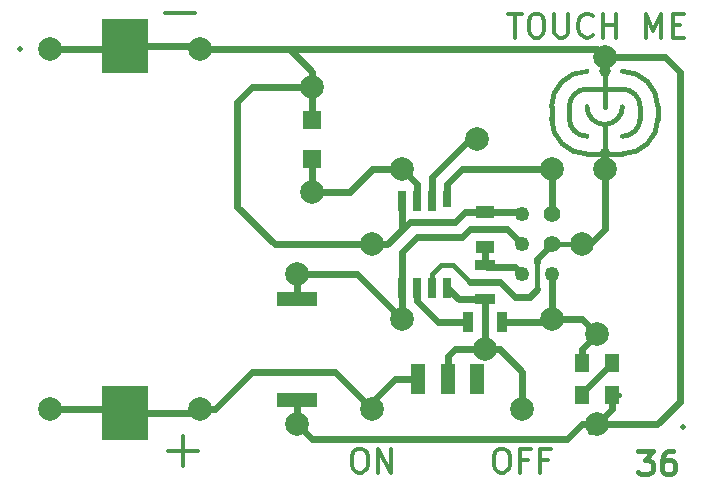
<source format=gtl>
G04 #@! TF.FileFunction,Copper,L1,Top,Signal*
%FSLAX46Y46*%
G04 Gerber Fmt 4.6, Leading zero omitted, Abs format (unit mm)*
G04 Created by KiCad (PCBNEW 4.0.6) date 04/04/19 16:38:52*
%MOMM*%
%LPD*%
G01*
G04 APERTURE LIST*
%ADD10C,0.100000*%
%ADD11C,0.381000*%
%ADD12C,0.300000*%
%ADD13C,0.400000*%
%ADD14C,0.500000*%
%ADD15R,0.650000X1.400000*%
%ADD16R,0.650000X1.700000*%
%ADD17R,1.200000X2.500000*%
%ADD18R,4.000000X4.600000*%
%ADD19C,2.000000*%
%ADD20C,1.000000*%
%ADD21C,1.250000*%
%ADD22C,1.400000*%
%ADD23R,1.300000X1.500000*%
%ADD24R,3.400000X1.300000*%
%ADD25R,1.500000X1.500000*%
%ADD26R,1.600000X1.000000*%
%ADD27R,1.700000X0.900000*%
%ADD28R,0.900000X1.700000*%
%ADD29C,0.304800*%
%ADD30C,0.609600*%
%ADD31C,0.406400*%
G04 APERTURE END LIST*
D10*
D11*
X183419952Y-96694762D02*
X184658048Y-96694762D01*
X183991381Y-97456667D01*
X184277095Y-97456667D01*
X184467571Y-97551905D01*
X184562809Y-97647143D01*
X184658048Y-97837619D01*
X184658048Y-98313810D01*
X184562809Y-98504286D01*
X184467571Y-98599524D01*
X184277095Y-98694762D01*
X183705667Y-98694762D01*
X183515190Y-98599524D01*
X183419952Y-98504286D01*
X186372333Y-96694762D02*
X185991381Y-96694762D01*
X185800905Y-96790000D01*
X185705667Y-96885238D01*
X185515190Y-97170952D01*
X185419952Y-97551905D01*
X185419952Y-98313810D01*
X185515190Y-98504286D01*
X185610429Y-98599524D01*
X185800905Y-98694762D01*
X186181857Y-98694762D01*
X186372333Y-98599524D01*
X186467571Y-98504286D01*
X186562810Y-98313810D01*
X186562810Y-97837619D01*
X186467571Y-97647143D01*
X186372333Y-97551905D01*
X186181857Y-97456667D01*
X185800905Y-97456667D01*
X185610429Y-97551905D01*
X185515190Y-97647143D01*
X185419952Y-97837619D01*
D12*
X171704238Y-96567762D02*
X172085190Y-96567762D01*
X172275666Y-96663000D01*
X172466143Y-96853476D01*
X172561381Y-97234429D01*
X172561381Y-97901095D01*
X172466143Y-98282048D01*
X172275666Y-98472524D01*
X172085190Y-98567762D01*
X171704238Y-98567762D01*
X171513762Y-98472524D01*
X171323285Y-98282048D01*
X171228047Y-97901095D01*
X171228047Y-97234429D01*
X171323285Y-96853476D01*
X171513762Y-96663000D01*
X171704238Y-96567762D01*
X174085190Y-97520143D02*
X173418523Y-97520143D01*
X173418523Y-98567762D02*
X173418523Y-96567762D01*
X174370904Y-96567762D01*
X175799476Y-97520143D02*
X175132809Y-97520143D01*
X175132809Y-98567762D02*
X175132809Y-96567762D01*
X176085190Y-96567762D01*
X159670905Y-96567762D02*
X160051857Y-96567762D01*
X160242333Y-96663000D01*
X160432810Y-96853476D01*
X160528048Y-97234429D01*
X160528048Y-97901095D01*
X160432810Y-98282048D01*
X160242333Y-98472524D01*
X160051857Y-98567762D01*
X159670905Y-98567762D01*
X159480429Y-98472524D01*
X159289952Y-98282048D01*
X159194714Y-97901095D01*
X159194714Y-97234429D01*
X159289952Y-96853476D01*
X159480429Y-96663000D01*
X159670905Y-96567762D01*
X161385190Y-98567762D02*
X161385190Y-96567762D01*
X162528048Y-98567762D01*
X162528048Y-96567762D01*
X172435190Y-59737762D02*
X173578047Y-59737762D01*
X173006619Y-61737762D02*
X173006619Y-59737762D01*
X174625667Y-59737762D02*
X175006619Y-59737762D01*
X175197095Y-59833000D01*
X175387572Y-60023476D01*
X175482810Y-60404429D01*
X175482810Y-61071095D01*
X175387572Y-61452048D01*
X175197095Y-61642524D01*
X175006619Y-61737762D01*
X174625667Y-61737762D01*
X174435191Y-61642524D01*
X174244714Y-61452048D01*
X174149476Y-61071095D01*
X174149476Y-60404429D01*
X174244714Y-60023476D01*
X174435191Y-59833000D01*
X174625667Y-59737762D01*
X176339952Y-59737762D02*
X176339952Y-61356810D01*
X176435191Y-61547286D01*
X176530429Y-61642524D01*
X176720905Y-61737762D01*
X177101857Y-61737762D01*
X177292333Y-61642524D01*
X177387572Y-61547286D01*
X177482810Y-61356810D01*
X177482810Y-59737762D01*
X179578048Y-61547286D02*
X179482810Y-61642524D01*
X179197095Y-61737762D01*
X179006619Y-61737762D01*
X178720905Y-61642524D01*
X178530429Y-61452048D01*
X178435190Y-61261571D01*
X178339952Y-60880619D01*
X178339952Y-60594905D01*
X178435190Y-60213952D01*
X178530429Y-60023476D01*
X178720905Y-59833000D01*
X179006619Y-59737762D01*
X179197095Y-59737762D01*
X179482810Y-59833000D01*
X179578048Y-59928238D01*
X180435190Y-61737762D02*
X180435190Y-59737762D01*
X180435190Y-60690143D02*
X181578048Y-60690143D01*
X181578048Y-61737762D02*
X181578048Y-59737762D01*
X184054238Y-61737762D02*
X184054238Y-59737762D01*
X184720905Y-61166333D01*
X185387572Y-59737762D01*
X185387572Y-61737762D01*
X186339952Y-60690143D02*
X187006619Y-60690143D01*
X187292333Y-61737762D02*
X186339952Y-61737762D01*
X186339952Y-59737762D01*
X187292333Y-59737762D01*
D13*
X180594000Y-67588000D02*
X180594000Y-64588000D01*
X180594000Y-71588000D02*
X180594000Y-69088000D01*
X179094000Y-71588000D02*
X182094000Y-71588000D01*
X176094000Y-68588000D02*
X176094000Y-67588000D01*
X185094000Y-68588000D02*
X185094000Y-67588000D01*
X179094000Y-64588000D02*
G75*
G03X176094000Y-67588000I0J-3000000D01*
G01*
X176094000Y-68588000D02*
G75*
G03X179094000Y-71588000I3000000J0D01*
G01*
X185094000Y-67588000D02*
G75*
G03X182094000Y-64588000I-3000000J0D01*
G01*
X182094000Y-71588000D02*
G75*
G03X185094000Y-68588000I0J3000000D01*
G01*
X183594000Y-67588000D02*
X183594000Y-68588000D01*
X177594000Y-67588000D02*
X177594000Y-68588000D01*
X177594000Y-68588000D02*
G75*
G03X179094000Y-70088000I1500000J0D01*
G01*
X182094000Y-70088000D02*
G75*
G03X183594000Y-68588000I0J1500000D01*
G01*
X179094000Y-66088000D02*
X182094000Y-66088000D01*
X179094000Y-67588000D02*
G75*
G03X180594000Y-69088000I1500000J0D01*
G01*
X180594000Y-69088000D02*
G75*
G03X182094000Y-67588000I0J1500000D01*
G01*
X183594000Y-67588000D02*
G75*
G03X182094000Y-66088000I-1500000J0D01*
G01*
X179094000Y-66088000D02*
G75*
G03X177594000Y-67588000I0J-1500000D01*
G01*
D14*
X187198000Y-94742000D03*
X131064000Y-62738000D03*
D15*
X167259000Y-75438000D03*
D16*
X165989000Y-75598000D03*
X164719000Y-75598000D03*
X163449000Y-75598000D03*
X163449000Y-82898000D03*
X164719000Y-82898000D03*
X165989000Y-82898000D03*
X167259000Y-82898000D03*
D17*
X164759000Y-90678000D03*
X167299000Y-90678000D03*
X169759000Y-90678000D03*
D18*
X139954000Y-93478000D03*
X139954000Y-62478000D03*
D19*
X133604000Y-93218000D03*
D20*
X180594000Y-71588000D03*
X180594000Y-64588000D03*
D19*
X146304000Y-93218000D03*
X133604000Y-62738000D03*
D21*
X176149000Y-81788000D03*
X173609000Y-81788000D03*
D22*
X176149000Y-79248000D03*
D21*
X173609000Y-79248000D03*
D22*
X176149000Y-76708000D03*
D21*
X173609000Y-76708000D03*
D23*
X181229000Y-92028000D03*
X181229000Y-89328000D03*
X178689000Y-92028000D03*
X178689000Y-89328000D03*
D24*
X154559000Y-92438000D03*
X154559000Y-83838000D03*
D19*
X146304000Y-62738000D03*
X179959000Y-86868000D03*
X179959000Y-94488000D03*
X170434000Y-88138000D03*
X160909000Y-79248000D03*
X154559000Y-81788000D03*
X154559000Y-94488000D03*
X180594000Y-72898000D03*
X180594000Y-63373000D03*
X163449000Y-85598000D03*
X176149000Y-85598000D03*
X178689000Y-79248000D03*
X169799000Y-70358000D03*
X163449000Y-72898000D03*
X176149000Y-72898000D03*
D25*
X155829000Y-68708000D03*
X155829000Y-72008000D03*
D19*
X155829000Y-74803000D03*
X155829000Y-65913000D03*
X160909000Y-93218000D03*
X173609000Y-93218000D03*
D26*
X170434000Y-76478000D03*
X170434000Y-79478000D03*
D27*
X170434000Y-80973000D03*
X170434000Y-83873000D03*
D28*
X168984000Y-85852000D03*
X171884000Y-85852000D03*
D29*
X143383000Y-59690000D02*
X145923000Y-59690000D01*
X144907000Y-95504000D02*
X144907000Y-98044000D01*
X143637000Y-96774000D02*
X146177000Y-96774000D01*
D30*
X170434000Y-76478000D02*
X173379000Y-76478000D01*
X173379000Y-76478000D02*
X173609000Y-76708000D01*
X170434000Y-76478000D02*
X168759000Y-76478000D01*
X164084000Y-77343000D02*
X162814000Y-78613000D01*
X167894000Y-77343000D02*
X164084000Y-77343000D01*
X168759000Y-76478000D02*
X167894000Y-77343000D01*
X160909000Y-79248000D02*
X162179000Y-79248000D01*
X162179000Y-79248000D02*
X162814000Y-78613000D01*
X163449000Y-77978000D02*
X163449000Y-75598000D01*
X162814000Y-78613000D02*
X163449000Y-77978000D01*
X179959000Y-94488000D02*
X181229000Y-93218000D01*
X181229000Y-93218000D02*
X181229000Y-92028000D01*
X155829000Y-65913000D02*
X150749000Y-65913000D01*
X152654000Y-79248000D02*
X160909000Y-79248000D01*
X149479000Y-76073000D02*
X152654000Y-79248000D01*
X149479000Y-67183000D02*
X149479000Y-76073000D01*
X150749000Y-65913000D02*
X149479000Y-67183000D01*
X155829000Y-65913000D02*
X155829000Y-68708000D01*
X154559000Y-94488000D02*
X154559000Y-92438000D01*
X179959000Y-94488000D02*
X178689000Y-94488000D01*
X155829000Y-95758000D02*
X154559000Y-94488000D01*
X177419000Y-95758000D02*
X155829000Y-95758000D01*
X178689000Y-94488000D02*
X177419000Y-95758000D01*
X180594000Y-63373000D02*
X185674000Y-63373000D01*
X185039000Y-94488000D02*
X179959000Y-94488000D01*
X186944000Y-92583000D02*
X185039000Y-94488000D01*
X186944000Y-64643000D02*
X186944000Y-92583000D01*
X185674000Y-63373000D02*
X186944000Y-64643000D01*
X153924000Y-62738000D02*
X179959000Y-62738000D01*
X179959000Y-62738000D02*
X180594000Y-63373000D01*
X146304000Y-62738000D02*
X153924000Y-62738000D01*
X155829000Y-64643000D02*
X155829000Y-65913000D01*
X153924000Y-62738000D02*
X155829000Y-64643000D01*
X139954000Y-62478000D02*
X146044000Y-62478000D01*
X146044000Y-62478000D02*
X146304000Y-62738000D01*
X133604000Y-62738000D02*
X139694000Y-62738000D01*
X139694000Y-62738000D02*
X139954000Y-62478000D01*
D31*
X180594000Y-64588000D02*
X180594000Y-63373000D01*
X179324000Y-95123000D02*
X179959000Y-94488000D01*
X154876500Y-94170500D02*
X154559000Y-94488000D01*
X179959000Y-94488000D02*
X180594000Y-94488000D01*
X181784000Y-92028000D02*
X181229000Y-92028000D01*
X173371000Y-76470000D02*
X173609000Y-76708000D01*
X133864000Y-62478000D02*
X133604000Y-62738000D01*
X146044000Y-62478000D02*
X146304000Y-62738000D01*
X146044000Y-62478000D02*
X146304000Y-62738000D01*
D29*
X180594000Y-66088000D02*
X180594000Y-64008000D01*
D30*
X170434000Y-83873000D02*
X170434000Y-88138000D01*
X170434000Y-83873000D02*
X168234000Y-83873000D01*
X168234000Y-83873000D02*
X167259000Y-82898000D01*
X173609000Y-81788000D02*
X172974000Y-81153000D01*
X172974000Y-81153000D02*
X170614000Y-81153000D01*
X170614000Y-81153000D02*
X170434000Y-80973000D01*
X170434000Y-80973000D02*
X170434000Y-79478000D01*
X170434000Y-88138000D02*
X171704000Y-88138000D01*
X171704000Y-88138000D02*
X173609000Y-90043000D01*
X173609000Y-90043000D02*
X173609000Y-93218000D01*
X167299000Y-90678000D02*
X167299000Y-88733000D01*
X167299000Y-88733000D02*
X167894000Y-88138000D01*
X167894000Y-88138000D02*
X170434000Y-88138000D01*
D31*
X169799000Y-88138000D02*
X170434000Y-88138000D01*
X173339000Y-81518000D02*
X173609000Y-81788000D01*
D29*
X173339000Y-81518000D02*
X173609000Y-81788000D01*
D30*
X176149000Y-72898000D02*
X168529000Y-72898000D01*
X167259000Y-74168000D02*
X167259000Y-75438000D01*
X168529000Y-72898000D02*
X167259000Y-74168000D01*
X176149000Y-76708000D02*
X176149000Y-72898000D01*
X165989000Y-75598000D02*
X165989000Y-73533000D01*
X165989000Y-73533000D02*
X169164000Y-70358000D01*
X169164000Y-70358000D02*
X169799000Y-70358000D01*
X164719000Y-75598000D02*
X164719000Y-74168000D01*
X164719000Y-74168000D02*
X163449000Y-72898000D01*
X155829000Y-74803000D02*
X159004000Y-74803000D01*
X160909000Y-72898000D02*
X163449000Y-72898000D01*
X159004000Y-74803000D02*
X160909000Y-72898000D01*
X155829000Y-74803000D02*
X155829000Y-72008000D01*
X178689000Y-92028000D02*
X178689000Y-91868000D01*
X178689000Y-91868000D02*
X181229000Y-89328000D01*
X171884000Y-85852000D02*
X175895000Y-85852000D01*
X175895000Y-85852000D02*
X176149000Y-85598000D01*
X164719000Y-82898000D02*
X164719000Y-84074000D01*
X166497000Y-85852000D02*
X168984000Y-85852000D01*
X164719000Y-84074000D02*
X166497000Y-85852000D01*
X178689000Y-89328000D02*
X178689000Y-88138000D01*
X178689000Y-88138000D02*
X179959000Y-86868000D01*
X176149000Y-85598000D02*
X178689000Y-85598000D01*
X178689000Y-85598000D02*
X179959000Y-86868000D01*
X176149000Y-85598000D02*
X176149000Y-81788000D01*
D29*
X179959000Y-86868000D02*
X179959000Y-87122000D01*
D31*
X176149000Y-82423000D02*
X176149000Y-81788000D01*
D29*
X176149000Y-85598000D02*
X175895000Y-85598000D01*
D31*
X165989000Y-82898000D02*
X165989000Y-81788000D01*
X167767000Y-81026000D02*
X166751000Y-81026000D01*
X166751000Y-81026000D02*
X165989000Y-81788000D01*
D30*
X174879000Y-80772000D02*
X174879000Y-80518000D01*
D31*
X174879000Y-80772000D02*
X174879000Y-83058000D01*
D30*
X174244000Y-83693000D02*
X174879000Y-83058000D01*
X172974000Y-83693000D02*
X174244000Y-83693000D01*
X171704000Y-82423000D02*
X172974000Y-83693000D01*
X169164000Y-82423000D02*
X171704000Y-82423000D01*
X174879000Y-80518000D02*
X176149000Y-79248000D01*
D31*
X169164000Y-82423000D02*
X167767000Y-81026000D01*
X176149000Y-79248000D02*
X176149000Y-79502000D01*
D30*
X178689000Y-79248000D02*
X179324000Y-79248000D01*
X179324000Y-79248000D02*
X180594000Y-77978000D01*
X180594000Y-77978000D02*
X180594000Y-72898000D01*
D31*
X176149000Y-79248000D02*
X178689000Y-79248000D01*
D29*
X180594000Y-72898000D02*
X180594000Y-72588000D01*
X180848000Y-73152000D02*
X180594000Y-72898000D01*
D30*
X173609000Y-79248000D02*
X172339000Y-77978000D01*
X163449000Y-79883000D02*
X163449000Y-82898000D01*
X164719000Y-78613000D02*
X163449000Y-79883000D01*
X168529000Y-78613000D02*
X164719000Y-78613000D01*
X169164000Y-77978000D02*
X168529000Y-78613000D01*
X169799000Y-77978000D02*
X169164000Y-77978000D01*
X170434000Y-77978000D02*
X169799000Y-77978000D01*
X172339000Y-77978000D02*
X170434000Y-77978000D01*
X163449000Y-82898000D02*
X163449000Y-85598000D01*
X154559000Y-81788000D02*
X159639000Y-81788000D01*
X159639000Y-81788000D02*
X163449000Y-85598000D01*
X154559000Y-83838000D02*
X154559000Y-81788000D01*
D29*
X173609000Y-79248000D02*
X173609000Y-78994000D01*
D30*
X160909000Y-93218000D02*
X160909000Y-92583000D01*
X160909000Y-92583000D02*
X162814000Y-90678000D01*
X162814000Y-90678000D02*
X164759000Y-90678000D01*
X146304000Y-93218000D02*
X147574000Y-93218000D01*
X157734000Y-90043000D02*
X160909000Y-93218000D01*
X150749000Y-90043000D02*
X157734000Y-90043000D01*
X147574000Y-93218000D02*
X150749000Y-90043000D01*
X139954000Y-93478000D02*
X146044000Y-93478000D01*
X146044000Y-93478000D02*
X146304000Y-93218000D01*
X133604000Y-93218000D02*
X139694000Y-93218000D01*
X139694000Y-93218000D02*
X139954000Y-93478000D01*
D31*
X139694000Y-93218000D02*
X139954000Y-93478000D01*
X140214000Y-93218000D02*
X139954000Y-93478000D01*
X140214000Y-93218000D02*
X139954000Y-93478000D01*
X139694000Y-93218000D02*
X139954000Y-93478000D01*
M02*

</source>
